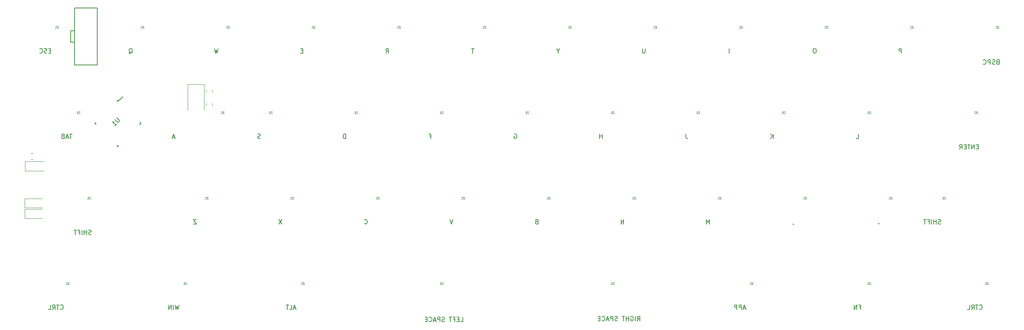
<source format=gbr>
G04 #@! TF.GenerationSoftware,KiCad,Pcbnew,(5.0.2)-1*
G04 #@! TF.CreationDate,2019-05-27T18:19:21+07:00*
G04 #@! TF.ProjectId,PCB,5043422e-6b69-4636-9164-5f7063625858,a*
G04 #@! TF.SameCoordinates,Original*
G04 #@! TF.FileFunction,Legend,Bot*
G04 #@! TF.FilePolarity,Positive*
%FSLAX46Y46*%
G04 Gerber Fmt 4.6, Leading zero omitted, Abs format (unit mm)*
G04 Created by KiCad (PCBNEW (5.0.2)-1) date 5/27/2019 6:19:21 PM*
%MOMM*%
%LPD*%
G01*
G04 APERTURE LIST*
%ADD10C,0.120000*%
%ADD11C,0.050000*%
%ADD12C,0.203200*%
%ADD13C,0.200000*%
%ADD14C,0.150000*%
G04 APERTURE END LIST*
D10*
G04 #@! TO.C,C1*
X36290025Y-14741472D02*
X36290025Y-15258628D01*
X37710025Y-14741472D02*
X37710025Y-15258628D01*
G04 #@! TO.C,C2*
X36290025Y-12258628D02*
X36290025Y-11741472D01*
X37710025Y-12258628D02*
X37710025Y-11741472D01*
G04 #@! TO.C,D1*
X-4092450Y-40373725D02*
X-4092450Y-38373725D01*
X-4092450Y-38373725D02*
X-192450Y-38373725D01*
X-4092450Y-40373725D02*
X-192450Y-40373725D01*
G04 #@! TO.C,D2*
X-4092450Y-37992475D02*
X-192450Y-37992475D01*
X-4092450Y-35992475D02*
X-192450Y-35992475D01*
X-4092450Y-37992475D02*
X-4092450Y-35992475D01*
D11*
G04 #@! TO.C,D3*
X3481000Y2454000D02*
X2719000Y2454000D01*
X3481000Y2009500D02*
X2719000Y2009500D01*
X2719000Y2009500D02*
X3100000Y2454000D01*
X3100000Y2454000D02*
X3481000Y2009500D01*
G04 #@! TO.C,D4*
X7862500Y-16596000D02*
X8243500Y-17040500D01*
X7481500Y-17040500D02*
X7862500Y-16596000D01*
X8243500Y-17040500D02*
X7481500Y-17040500D01*
X8243500Y-16596000D02*
X7481500Y-16596000D01*
G04 #@! TO.C,D5*
X10243750Y-35646000D02*
X10624750Y-36090500D01*
X9862750Y-36090500D02*
X10243750Y-35646000D01*
X10624750Y-36090500D02*
X9862750Y-36090500D01*
X10624750Y-35646000D02*
X9862750Y-35646000D01*
G04 #@! TO.C,D6*
X5862250Y-54696000D02*
X5100250Y-54696000D01*
X5862250Y-55140500D02*
X5100250Y-55140500D01*
X5100250Y-55140500D02*
X5481250Y-54696000D01*
X5481250Y-54696000D02*
X5862250Y-55140500D01*
G04 #@! TO.C,D7*
X22531000Y2454000D02*
X21769000Y2454000D01*
X22531000Y2009500D02*
X21769000Y2009500D01*
X21769000Y2009500D02*
X22150000Y2454000D01*
X22150000Y2454000D02*
X22531000Y2009500D01*
G04 #@! TO.C,D8*
X40000000Y-16596000D02*
X40381000Y-17040500D01*
X39619000Y-17040500D02*
X40000000Y-16596000D01*
X40381000Y-17040500D02*
X39619000Y-17040500D01*
X40381000Y-16596000D02*
X39619000Y-16596000D01*
G04 #@! TO.C,D9*
X36818500Y-35646000D02*
X36056500Y-35646000D01*
X36818500Y-36090500D02*
X36056500Y-36090500D01*
X36056500Y-36090500D02*
X36437500Y-35646000D01*
X36437500Y-35646000D02*
X36818500Y-36090500D01*
G04 #@! TO.C,D10*
X31675000Y-54696000D02*
X32056000Y-55140500D01*
X31294000Y-55140500D02*
X31675000Y-54696000D01*
X32056000Y-55140500D02*
X31294000Y-55140500D01*
X32056000Y-54696000D02*
X31294000Y-54696000D01*
G04 #@! TO.C,D11*
X41581000Y2454000D02*
X40819000Y2454000D01*
X41581000Y2009500D02*
X40819000Y2009500D01*
X40819000Y2009500D02*
X41200000Y2454000D01*
X41200000Y2454000D02*
X41581000Y2009500D01*
G04 #@! TO.C,D12*
X50725000Y-16596000D02*
X51106000Y-17040500D01*
X50344000Y-17040500D02*
X50725000Y-16596000D01*
X51106000Y-17040500D02*
X50344000Y-17040500D01*
X51106000Y-16596000D02*
X50344000Y-16596000D01*
G04 #@! TO.C,D13*
X55487500Y-35646000D02*
X55868500Y-36090500D01*
X55106500Y-36090500D02*
X55487500Y-35646000D01*
X55868500Y-36090500D02*
X55106500Y-36090500D01*
X55868500Y-35646000D02*
X55106500Y-35646000D01*
G04 #@! TO.C,D14*
X58249750Y-54696000D02*
X57487750Y-54696000D01*
X58249750Y-55140500D02*
X57487750Y-55140500D01*
X57487750Y-55140500D02*
X57868750Y-54696000D01*
X57868750Y-54696000D02*
X58249750Y-55140500D01*
G04 #@! TO.C,D17*
X60631000Y2454000D02*
X59869000Y2454000D01*
X60631000Y2009500D02*
X59869000Y2009500D01*
X59869000Y2009500D02*
X60250000Y2454000D01*
X60250000Y2454000D02*
X60631000Y2009500D01*
G04 #@! TO.C,D18*
X69775000Y-16596000D02*
X70156000Y-17040500D01*
X69394000Y-17040500D02*
X69775000Y-16596000D01*
X70156000Y-17040500D02*
X69394000Y-17040500D01*
X70156000Y-16596000D02*
X69394000Y-16596000D01*
G04 #@! TO.C,D19*
X74918500Y-35646000D02*
X74156500Y-35646000D01*
X74918500Y-36090500D02*
X74156500Y-36090500D01*
X74156500Y-36090500D02*
X74537500Y-35646000D01*
X74537500Y-35646000D02*
X74918500Y-36090500D01*
G04 #@! TO.C,D20*
X88825000Y-54696000D02*
X89206000Y-55140500D01*
X88444000Y-55140500D02*
X88825000Y-54696000D01*
X89206000Y-55140500D02*
X88444000Y-55140500D01*
X89206000Y-54696000D02*
X88444000Y-54696000D01*
G04 #@! TO.C,D21*
X79681000Y2454000D02*
X78919000Y2454000D01*
X79681000Y2009500D02*
X78919000Y2009500D01*
X78919000Y2009500D02*
X79300000Y2454000D01*
X79300000Y2454000D02*
X79681000Y2009500D01*
G04 #@! TO.C,D22*
X89206000Y-16596000D02*
X88444000Y-16596000D01*
X89206000Y-17040500D02*
X88444000Y-17040500D01*
X88444000Y-17040500D02*
X88825000Y-16596000D01*
X88825000Y-16596000D02*
X89206000Y-17040500D01*
G04 #@! TO.C,D23*
X93587500Y-35646000D02*
X93968500Y-36090500D01*
X93206500Y-36090500D02*
X93587500Y-35646000D01*
X93968500Y-36090500D02*
X93206500Y-36090500D01*
X93968500Y-35646000D02*
X93206500Y-35646000D01*
G04 #@! TO.C,D24*
X98350000Y2454000D02*
X98731000Y2009500D01*
X97969000Y2009500D02*
X98350000Y2454000D01*
X98731000Y2009500D02*
X97969000Y2009500D01*
X98731000Y2454000D02*
X97969000Y2454000D01*
G04 #@! TO.C,D25*
X107875000Y-16596000D02*
X108256000Y-17040500D01*
X107494000Y-17040500D02*
X107875000Y-16596000D01*
X108256000Y-17040500D02*
X107494000Y-17040500D01*
X108256000Y-16596000D02*
X107494000Y-16596000D01*
G04 #@! TO.C,D26*
X112637500Y-35646000D02*
X113018500Y-36090500D01*
X112256500Y-36090500D02*
X112637500Y-35646000D01*
X113018500Y-36090500D02*
X112256500Y-36090500D01*
X113018500Y-35646000D02*
X112256500Y-35646000D01*
G04 #@! TO.C,D27*
X127306000Y-54696000D02*
X126544000Y-54696000D01*
X127306000Y-55140500D02*
X126544000Y-55140500D01*
X126544000Y-55140500D02*
X126925000Y-54696000D01*
X126925000Y-54696000D02*
X127306000Y-55140500D01*
G04 #@! TO.C,D28*
X117400000Y2454000D02*
X117781000Y2009500D01*
X117019000Y2009500D02*
X117400000Y2454000D01*
X117781000Y2009500D02*
X117019000Y2009500D01*
X117781000Y2454000D02*
X117019000Y2454000D01*
G04 #@! TO.C,D29*
X127306000Y-16596000D02*
X126544000Y-16596000D01*
X127306000Y-17040500D02*
X126544000Y-17040500D01*
X126544000Y-17040500D02*
X126925000Y-16596000D01*
X126925000Y-16596000D02*
X127306000Y-17040500D01*
G04 #@! TO.C,D30*
X132068500Y-35646000D02*
X131306500Y-35646000D01*
X132068500Y-36090500D02*
X131306500Y-36090500D01*
X131306500Y-36090500D02*
X131687500Y-35646000D01*
X131687500Y-35646000D02*
X132068500Y-36090500D01*
G04 #@! TO.C,D31*
X136450000Y2454000D02*
X136831000Y2009500D01*
X136069000Y2009500D02*
X136450000Y2454000D01*
X136831000Y2009500D02*
X136069000Y2009500D01*
X136831000Y2454000D02*
X136069000Y2454000D01*
G04 #@! TO.C,D32*
X145975000Y-16596000D02*
X146356000Y-17040500D01*
X145594000Y-17040500D02*
X145975000Y-16596000D01*
X146356000Y-17040500D02*
X145594000Y-17040500D01*
X146356000Y-16596000D02*
X145594000Y-16596000D01*
G04 #@! TO.C,D33*
X150737500Y-35646000D02*
X151118500Y-36090500D01*
X150356500Y-36090500D02*
X150737500Y-35646000D01*
X151118500Y-36090500D02*
X150356500Y-36090500D01*
X151118500Y-35646000D02*
X150356500Y-35646000D01*
G04 #@! TO.C,D34*
X157881250Y-54696000D02*
X158262250Y-55140500D01*
X157500250Y-55140500D02*
X157881250Y-54696000D01*
X158262250Y-55140500D02*
X157500250Y-55140500D01*
X158262250Y-54696000D02*
X157500250Y-54696000D01*
G04 #@! TO.C,D35*
X155500000Y2454000D02*
X155881000Y2009500D01*
X155119000Y2009500D02*
X155500000Y2454000D01*
X155881000Y2009500D02*
X155119000Y2009500D01*
X155881000Y2454000D02*
X155119000Y2454000D01*
G04 #@! TO.C,D36*
X165406000Y-16596000D02*
X164644000Y-16596000D01*
X165406000Y-17040500D02*
X164644000Y-17040500D01*
X164644000Y-17040500D02*
X165025000Y-16596000D01*
X165025000Y-16596000D02*
X165406000Y-17040500D01*
G04 #@! TO.C,D37*
X170168500Y-35646000D02*
X169406500Y-35646000D01*
X170168500Y-36090500D02*
X169406500Y-36090500D01*
X169406500Y-36090500D02*
X169787500Y-35646000D01*
X169787500Y-35646000D02*
X170168500Y-36090500D01*
G04 #@! TO.C,D38*
X184456000Y-54696000D02*
X183694000Y-54696000D01*
X184456000Y-55140500D02*
X183694000Y-55140500D01*
X183694000Y-55140500D02*
X184075000Y-54696000D01*
X184075000Y-54696000D02*
X184456000Y-55140500D01*
G04 #@! TO.C,D39*
X174550000Y2454000D02*
X174931000Y2009500D01*
X174169000Y2009500D02*
X174550000Y2454000D01*
X174931000Y2009500D02*
X174169000Y2009500D01*
X174931000Y2454000D02*
X174169000Y2454000D01*
G04 #@! TO.C,D40*
X184456000Y-16596000D02*
X183694000Y-16596000D01*
X184456000Y-17040500D02*
X183694000Y-17040500D01*
X183694000Y-17040500D02*
X184075000Y-16596000D01*
X184075000Y-16596000D02*
X184456000Y-17040500D01*
G04 #@! TO.C,D41*
X213031000Y2454000D02*
X212269000Y2454000D01*
X213031000Y2009500D02*
X212269000Y2009500D01*
X212269000Y2009500D02*
X212650000Y2454000D01*
X212650000Y2454000D02*
X213031000Y2009500D01*
G04 #@! TO.C,D42*
X193981000Y2454000D02*
X193219000Y2454000D01*
X193981000Y2009500D02*
X193219000Y2009500D01*
X193219000Y2009500D02*
X193600000Y2454000D01*
X193600000Y2454000D02*
X193981000Y2009500D01*
G04 #@! TO.C,D43*
X208268500Y-16596000D02*
X207506500Y-16596000D01*
X208268500Y-17040500D02*
X207506500Y-17040500D01*
X207506500Y-17040500D02*
X207887500Y-16596000D01*
X207887500Y-16596000D02*
X208268500Y-17040500D01*
G04 #@! TO.C,D44*
X200743750Y-35646000D02*
X201124750Y-36090500D01*
X200362750Y-36090500D02*
X200743750Y-35646000D01*
X201124750Y-36090500D02*
X200362750Y-36090500D01*
X201124750Y-35646000D02*
X200362750Y-35646000D01*
G04 #@! TO.C,D45*
X210268750Y-54696000D02*
X210649750Y-55140500D01*
X209887750Y-55140500D02*
X210268750Y-54696000D01*
X210649750Y-55140500D02*
X209887750Y-55140500D01*
X210649750Y-54696000D02*
X209887750Y-54696000D01*
G04 #@! TO.C,D46*
X189218500Y-35646000D02*
X188456500Y-35646000D01*
X189218500Y-36090500D02*
X188456500Y-36090500D01*
X188456500Y-36090500D02*
X188837500Y-35646000D01*
X188837500Y-35646000D02*
X189218500Y-36090500D01*
D12*
G04 #@! TO.C,J1*
X6985025Y-6191300D02*
X12065025Y-6191300D01*
X12065025Y-6191300D02*
X12065025Y6508700D01*
X6985025Y6508700D02*
X6985025Y-6191300D01*
D13*
X6175025Y1458700D02*
X6975025Y1458700D01*
X6175025Y-1091300D02*
X6175025Y1458700D01*
X6975025Y-1091300D02*
X6175025Y-1091300D01*
D12*
X12065025Y6508700D02*
X6985025Y6508700D01*
D14*
G04 #@! TO.C,U1*
X16700000Y-14073526D02*
X16859099Y-14232625D01*
X11573476Y-19200050D02*
X11803286Y-19429860D01*
X16700000Y-24326574D02*
X16470190Y-24096764D01*
X21826524Y-19200050D02*
X21596714Y-18970240D01*
X16700000Y-14073526D02*
X16470190Y-14303336D01*
X21826524Y-19200050D02*
X21596714Y-19429860D01*
X16700000Y-24326574D02*
X16929810Y-24096764D01*
X11573476Y-19200050D02*
X11803286Y-18970240D01*
X16859099Y-14232625D02*
X17866726Y-13224998D01*
D10*
G04 #@! TO.C,Y1*
X32280025Y-16200050D02*
X32280025Y-10450050D01*
X32280025Y-10450050D02*
X35880025Y-10450050D01*
X35880025Y-10450050D02*
X35880025Y-16200050D01*
G04 #@! TO.C,C3*
X-4017714Y-29771649D02*
X232286Y-29771649D01*
X-4017714Y-27671649D02*
X232286Y-27671649D01*
X-4017714Y-29771649D02*
X-4017714Y-27671649D01*
G04 #@! TO.C,C4*
X-2696292Y-27231649D02*
X-2179136Y-27231649D01*
X-2696292Y-25811649D02*
X-2179136Y-25811649D01*
G04 #@! TO.C,SW2*
D12*
X1698501Y-2976621D02*
X1365167Y-2976621D01*
X1222310Y-3500430D02*
X1698501Y-3500430D01*
X1698501Y-2500430D01*
X1222310Y-2500430D01*
X841358Y-3452811D02*
X698501Y-3500430D01*
X460405Y-3500430D01*
X365167Y-3452811D01*
X317548Y-3405192D01*
X269929Y-3309954D01*
X269929Y-3214716D01*
X317548Y-3119478D01*
X365167Y-3071859D01*
X460405Y-3024240D01*
X650882Y-2976621D01*
X746120Y-2929002D01*
X793739Y-2881383D01*
X841358Y-2786145D01*
X841358Y-2690907D01*
X793739Y-2595669D01*
X746120Y-2548050D01*
X650882Y-2500430D01*
X412786Y-2500430D01*
X269929Y-2548050D01*
X-730070Y-3405192D02*
X-682451Y-3452811D01*
X-539594Y-3500430D01*
X-444355Y-3500430D01*
X-301498Y-3452811D01*
X-206260Y-3357573D01*
X-158641Y-3262335D01*
X-111022Y-3071859D01*
X-111022Y-2929002D01*
X-158641Y-2738526D01*
X-206260Y-2643288D01*
X-301498Y-2548050D01*
X-444355Y-2500430D01*
X-539594Y-2500430D01*
X-682451Y-2548050D01*
X-730070Y-2595669D01*
G04 #@! TO.C,SW3*
X6484810Y-21550430D02*
X5913382Y-21550430D01*
X6199096Y-22550430D02*
X6199096Y-21550430D01*
X5627667Y-22264716D02*
X5151477Y-22264716D01*
X5722905Y-22550430D02*
X5389572Y-21550430D01*
X5056239Y-22550430D01*
X4389572Y-22026621D02*
X4246715Y-22074240D01*
X4199096Y-22121859D01*
X4151477Y-22217097D01*
X4151477Y-22359954D01*
X4199096Y-22455192D01*
X4246715Y-22502811D01*
X4341953Y-22550430D01*
X4722905Y-22550430D01*
X4722905Y-21550430D01*
X4389572Y-21550430D01*
X4294334Y-21598050D01*
X4246715Y-21645669D01*
X4199096Y-21740907D01*
X4199096Y-21836145D01*
X4246715Y-21931383D01*
X4294334Y-21979002D01*
X4389572Y-22026621D01*
X4722905Y-22026621D01*
G04 #@! TO.C,SW4*
X10710797Y-43933811D02*
X10567940Y-43981430D01*
X10329845Y-43981430D01*
X10234607Y-43933811D01*
X10186988Y-43886192D01*
X10139369Y-43790954D01*
X10139369Y-43695716D01*
X10186988Y-43600478D01*
X10234607Y-43552859D01*
X10329845Y-43505240D01*
X10520321Y-43457621D01*
X10615559Y-43410002D01*
X10663178Y-43362383D01*
X10710797Y-43267145D01*
X10710797Y-43171907D01*
X10663178Y-43076669D01*
X10615559Y-43029050D01*
X10520321Y-42981430D01*
X10282226Y-42981430D01*
X10139369Y-43029050D01*
X9710797Y-43981430D02*
X9710797Y-42981430D01*
X9710797Y-43457621D02*
X9139369Y-43457621D01*
X9139369Y-43981430D02*
X9139369Y-42981430D01*
X8663178Y-43981430D02*
X8663178Y-42981430D01*
X7853655Y-43457621D02*
X8186988Y-43457621D01*
X8186988Y-43981430D02*
X8186988Y-42981430D01*
X7710797Y-42981430D01*
X7472702Y-42981430D02*
X6901274Y-42981430D01*
X7186988Y-43981430D02*
X7186988Y-42981430D01*
G04 #@! TO.C,SW5*
X3865465Y-60555192D02*
X3913084Y-60602811D01*
X4055941Y-60650430D01*
X4151179Y-60650430D01*
X4294036Y-60602811D01*
X4389275Y-60507573D01*
X4436894Y-60412335D01*
X4484513Y-60221859D01*
X4484513Y-60079002D01*
X4436894Y-59888526D01*
X4389275Y-59793288D01*
X4294036Y-59698050D01*
X4151179Y-59650430D01*
X4055941Y-59650430D01*
X3913084Y-59698050D01*
X3865465Y-59745669D01*
X3579751Y-59650430D02*
X3008322Y-59650430D01*
X3294036Y-60650430D02*
X3294036Y-59650430D01*
X2103560Y-60650430D02*
X2436894Y-60174240D01*
X2674989Y-60650430D02*
X2674989Y-59650430D01*
X2294036Y-59650430D01*
X2198798Y-59698050D01*
X2151179Y-59745669D01*
X2103560Y-59840907D01*
X2103560Y-59983764D01*
X2151179Y-60079002D01*
X2198798Y-60126621D01*
X2294036Y-60174240D01*
X2674989Y-60174240D01*
X1198798Y-60650430D02*
X1674989Y-60650430D01*
X1674989Y-59650430D01*
G04 #@! TO.C,SW6*
X19177072Y-3595669D02*
X19272310Y-3548050D01*
X19367548Y-3452811D01*
X19510405Y-3309954D01*
X19605644Y-3262335D01*
X19700882Y-3262335D01*
X19653263Y-3500430D02*
X19748501Y-3452811D01*
X19843739Y-3357573D01*
X19891358Y-3167097D01*
X19891358Y-2833764D01*
X19843739Y-2643288D01*
X19748501Y-2548050D01*
X19653263Y-2500430D01*
X19462786Y-2500430D01*
X19367548Y-2548050D01*
X19272310Y-2643288D01*
X19224691Y-2833764D01*
X19224691Y-3167097D01*
X19272310Y-3357573D01*
X19367548Y-3452811D01*
X19462786Y-3500430D01*
X19653263Y-3500430D01*
G04 #@! TO.C,SW7*
X29321120Y-22264716D02*
X28844929Y-22264716D01*
X29416358Y-22550430D02*
X29083025Y-21550430D01*
X28749691Y-22550430D01*
G04 #@! TO.C,SW8*
X34178858Y-40600430D02*
X33512191Y-40600430D01*
X34178858Y-41600430D01*
X33512191Y-41600430D01*
G04 #@! TO.C,SW9*
X30273501Y-59650430D02*
X30035405Y-60650430D01*
X29844929Y-59936145D01*
X29654453Y-60650430D01*
X29416358Y-59650430D01*
X29035405Y-60650430D02*
X29035405Y-59650430D01*
X28559215Y-60650430D02*
X28559215Y-59650430D01*
X27987786Y-60650430D01*
X27987786Y-59650430D01*
G04 #@! TO.C,SW10*
X39036596Y-2500430D02*
X38798501Y-3500430D01*
X38608025Y-2786145D01*
X38417548Y-3500430D01*
X38179453Y-2500430D01*
G04 #@! TO.C,SW11*
X48418739Y-22502811D02*
X48275882Y-22550430D01*
X48037786Y-22550430D01*
X47942548Y-22502811D01*
X47894929Y-22455192D01*
X47847310Y-22359954D01*
X47847310Y-22264716D01*
X47894929Y-22169478D01*
X47942548Y-22121859D01*
X48037786Y-22074240D01*
X48228263Y-22026621D01*
X48323501Y-21979002D01*
X48371120Y-21931383D01*
X48418739Y-21836145D01*
X48418739Y-21740907D01*
X48371120Y-21645669D01*
X48323501Y-21598050D01*
X48228263Y-21550430D01*
X47990167Y-21550430D01*
X47847310Y-21598050D01*
G04 #@! TO.C,SW12*
X53228858Y-40600430D02*
X52562191Y-41600430D01*
X52562191Y-40600430D02*
X53228858Y-41600430D01*
G04 #@! TO.C,SW13*
X56300584Y-60364716D02*
X55824394Y-60364716D01*
X56395822Y-60650430D02*
X56062489Y-59650430D01*
X55729155Y-60650430D01*
X54919632Y-60650430D02*
X55395822Y-60650430D01*
X55395822Y-59650430D01*
X54729155Y-59650430D02*
X54157727Y-59650430D01*
X54443441Y-60650430D02*
X54443441Y-59650430D01*
G04 #@! TO.C,SW14*
X57872310Y-2976621D02*
X57538977Y-2976621D01*
X57396120Y-3500430D02*
X57872310Y-3500430D01*
X57872310Y-2500430D01*
X57396120Y-2500430D01*
G04 #@! TO.C,SW15*
X67444929Y-22550430D02*
X67444929Y-21550430D01*
X67206834Y-21550430D01*
X67063977Y-21598050D01*
X66968739Y-21693288D01*
X66921120Y-21788526D01*
X66873501Y-21979002D01*
X66873501Y-22121859D01*
X66921120Y-22312335D01*
X66968739Y-22407573D01*
X67063977Y-22502811D01*
X67206834Y-22550430D01*
X67444929Y-22550430D01*
G04 #@! TO.C,SW16*
X71636001Y-41505192D02*
X71683620Y-41552811D01*
X71826477Y-41600430D01*
X71921715Y-41600430D01*
X72064572Y-41552811D01*
X72159810Y-41457573D01*
X72207429Y-41362335D01*
X72255048Y-41171859D01*
X72255048Y-41029002D01*
X72207429Y-40838526D01*
X72159810Y-40743288D01*
X72064572Y-40648050D01*
X71921715Y-40600430D01*
X71826477Y-40600430D01*
X71683620Y-40648050D01*
X71636001Y-40695669D01*
G04 #@! TO.C,SW17*
X93024031Y-63404810D02*
X93500221Y-63404810D01*
X93500221Y-62404810D01*
X92690697Y-62881001D02*
X92357364Y-62881001D01*
X92214507Y-63404810D02*
X92690697Y-63404810D01*
X92690697Y-62404810D01*
X92214507Y-62404810D01*
X91452602Y-62881001D02*
X91785935Y-62881001D01*
X91785935Y-63404810D02*
X91785935Y-62404810D01*
X91309745Y-62404810D01*
X91071650Y-62404810D02*
X90500221Y-62404810D01*
X90785935Y-63404810D02*
X90785935Y-62404810D01*
X89452602Y-63357191D02*
X89309745Y-63404810D01*
X89071650Y-63404810D01*
X88976412Y-63357191D01*
X88928793Y-63309572D01*
X88881174Y-63214334D01*
X88881174Y-63119096D01*
X88928793Y-63023858D01*
X88976412Y-62976239D01*
X89071650Y-62928620D01*
X89262126Y-62881001D01*
X89357364Y-62833382D01*
X89404983Y-62785763D01*
X89452602Y-62690525D01*
X89452602Y-62595287D01*
X89404983Y-62500049D01*
X89357364Y-62452430D01*
X89262126Y-62404810D01*
X89024031Y-62404810D01*
X88881174Y-62452430D01*
X88452602Y-63404810D02*
X88452602Y-62404810D01*
X88071650Y-62404810D01*
X87976412Y-62452430D01*
X87928793Y-62500049D01*
X87881174Y-62595287D01*
X87881174Y-62738144D01*
X87928793Y-62833382D01*
X87976412Y-62881001D01*
X88071650Y-62928620D01*
X88452602Y-62928620D01*
X87500221Y-63119096D02*
X87024031Y-63119096D01*
X87595459Y-63404810D02*
X87262126Y-62404810D01*
X86928793Y-63404810D01*
X86024031Y-63309572D02*
X86071650Y-63357191D01*
X86214507Y-63404810D01*
X86309745Y-63404810D01*
X86452602Y-63357191D01*
X86547840Y-63261953D01*
X86595459Y-63166715D01*
X86643078Y-62976239D01*
X86643078Y-62833382D01*
X86595459Y-62642906D01*
X86547840Y-62547668D01*
X86452602Y-62452430D01*
X86309745Y-62404810D01*
X86214507Y-62404810D01*
X86071650Y-62452430D01*
X86024031Y-62500049D01*
X85595459Y-62881001D02*
X85262126Y-62881001D01*
X85119269Y-63404810D02*
X85595459Y-63404810D01*
X85595459Y-62404810D01*
X85119269Y-62404810D01*
G04 #@! TO.C,SW18*
X76398501Y-3500430D02*
X76731834Y-3024240D01*
X76969929Y-3500430D02*
X76969929Y-2500430D01*
X76588977Y-2500430D01*
X76493739Y-2548050D01*
X76446120Y-2595669D01*
X76398501Y-2690907D01*
X76398501Y-2833764D01*
X76446120Y-2929002D01*
X76493739Y-2976621D01*
X76588977Y-3024240D01*
X76969929Y-3024240D01*
G04 #@! TO.C,SW19*
X86090167Y-22026621D02*
X86423501Y-22026621D01*
X86423501Y-22550430D02*
X86423501Y-21550430D01*
X85947310Y-21550430D01*
G04 #@! TO.C,SW20*
X91328858Y-40600430D02*
X90995525Y-41600430D01*
X90662191Y-40600430D01*
G04 #@! TO.C,SW21*
X96043739Y-2500430D02*
X95472310Y-2500430D01*
X95758025Y-3500430D02*
X95758025Y-2500430D01*
G04 #@! TO.C,SW22*
X105021120Y-21598050D02*
X105116358Y-21550430D01*
X105259215Y-21550430D01*
X105402072Y-21598050D01*
X105497310Y-21693288D01*
X105544929Y-21788526D01*
X105592548Y-21979002D01*
X105592548Y-22121859D01*
X105544929Y-22312335D01*
X105497310Y-22407573D01*
X105402072Y-22502811D01*
X105259215Y-22550430D01*
X105163977Y-22550430D01*
X105021120Y-22502811D01*
X104973501Y-22455192D01*
X104973501Y-22121859D01*
X105163977Y-22121859D01*
G04 #@! TO.C,SW23*
X109974096Y-41076621D02*
X109831239Y-41124240D01*
X109783620Y-41171859D01*
X109736001Y-41267097D01*
X109736001Y-41409954D01*
X109783620Y-41505192D01*
X109831239Y-41552811D01*
X109926477Y-41600430D01*
X110307429Y-41600430D01*
X110307429Y-40600430D01*
X109974096Y-40600430D01*
X109878858Y-40648050D01*
X109831239Y-40695669D01*
X109783620Y-40790907D01*
X109783620Y-40886145D01*
X109831239Y-40981383D01*
X109878858Y-41029002D01*
X109974096Y-41076621D01*
X110307429Y-41076621D01*
G04 #@! TO.C,SW24*
X132406683Y-63206690D02*
X132740016Y-62730500D01*
X132978112Y-63206690D02*
X132978112Y-62206690D01*
X132597159Y-62206690D01*
X132501921Y-62254310D01*
X132454302Y-62301929D01*
X132406683Y-62397167D01*
X132406683Y-62540024D01*
X132454302Y-62635262D01*
X132501921Y-62682881D01*
X132597159Y-62730500D01*
X132978112Y-62730500D01*
X131978112Y-63206690D02*
X131978112Y-62206690D01*
X130978112Y-62254310D02*
X131073350Y-62206690D01*
X131216207Y-62206690D01*
X131359064Y-62254310D01*
X131454302Y-62349548D01*
X131501921Y-62444786D01*
X131549540Y-62635262D01*
X131549540Y-62778119D01*
X131501921Y-62968595D01*
X131454302Y-63063833D01*
X131359064Y-63159071D01*
X131216207Y-63206690D01*
X131120969Y-63206690D01*
X130978112Y-63159071D01*
X130930493Y-63111452D01*
X130930493Y-62778119D01*
X131120969Y-62778119D01*
X130501921Y-63206690D02*
X130501921Y-62206690D01*
X130501921Y-62682881D02*
X129930493Y-62682881D01*
X129930493Y-63206690D02*
X129930493Y-62206690D01*
X129597159Y-62206690D02*
X129025731Y-62206690D01*
X129311445Y-63206690D02*
X129311445Y-62206690D01*
X127978112Y-63159071D02*
X127835255Y-63206690D01*
X127597159Y-63206690D01*
X127501921Y-63159071D01*
X127454302Y-63111452D01*
X127406683Y-63016214D01*
X127406683Y-62920976D01*
X127454302Y-62825738D01*
X127501921Y-62778119D01*
X127597159Y-62730500D01*
X127787635Y-62682881D01*
X127882874Y-62635262D01*
X127930493Y-62587643D01*
X127978112Y-62492405D01*
X127978112Y-62397167D01*
X127930493Y-62301929D01*
X127882874Y-62254310D01*
X127787635Y-62206690D01*
X127549540Y-62206690D01*
X127406683Y-62254310D01*
X126978112Y-63206690D02*
X126978112Y-62206690D01*
X126597159Y-62206690D01*
X126501921Y-62254310D01*
X126454302Y-62301929D01*
X126406683Y-62397167D01*
X126406683Y-62540024D01*
X126454302Y-62635262D01*
X126501921Y-62682881D01*
X126597159Y-62730500D01*
X126978112Y-62730500D01*
X126025731Y-62920976D02*
X125549540Y-62920976D01*
X126120969Y-63206690D02*
X125787635Y-62206690D01*
X125454302Y-63206690D01*
X124549540Y-63111452D02*
X124597159Y-63159071D01*
X124740016Y-63206690D01*
X124835255Y-63206690D01*
X124978112Y-63159071D01*
X125073350Y-63063833D01*
X125120969Y-62968595D01*
X125168588Y-62778119D01*
X125168588Y-62635262D01*
X125120969Y-62444786D01*
X125073350Y-62349548D01*
X124978112Y-62254310D01*
X124835255Y-62206690D01*
X124740016Y-62206690D01*
X124597159Y-62254310D01*
X124549540Y-62301929D01*
X124120969Y-62682881D02*
X123787635Y-62682881D01*
X123644778Y-63206690D02*
X124120969Y-63206690D01*
X124120969Y-62206690D01*
X123644778Y-62206690D01*
G04 #@! TO.C,SW25*
X114808025Y-3024240D02*
X114808025Y-3500430D01*
X115141358Y-2500430D02*
X114808025Y-3024240D01*
X114474691Y-2500430D01*
G04 #@! TO.C,SW26*
X124618739Y-22550430D02*
X124618739Y-21550430D01*
X124618739Y-22026621D02*
X124047310Y-22026621D01*
X124047310Y-22550430D02*
X124047310Y-21550430D01*
G04 #@! TO.C,SW27*
X129381239Y-41600430D02*
X129381239Y-40600430D01*
X128809810Y-41600430D01*
X128809810Y-40600430D01*
G04 #@! TO.C,SW28*
X134143739Y-2500430D02*
X134143739Y-3309954D01*
X134096120Y-3405192D01*
X134048501Y-3452811D01*
X133953263Y-3500430D01*
X133762786Y-3500430D01*
X133667548Y-3452811D01*
X133619929Y-3405192D01*
X133572310Y-3309954D01*
X133572310Y-2500430D01*
G04 #@! TO.C,SW29*
X143240167Y-21550430D02*
X143240167Y-22264716D01*
X143287786Y-22407573D01*
X143383025Y-22502811D01*
X143525882Y-22550430D01*
X143621120Y-22550430D01*
G04 #@! TO.C,SW30*
X148478858Y-41600430D02*
X148478858Y-40600430D01*
X148145525Y-41314716D01*
X147812191Y-40600430D01*
X147812191Y-41600430D01*
G04 #@! TO.C,SW31*
X156527370Y-60364716D02*
X156051179Y-60364716D01*
X156622608Y-60650430D02*
X156289275Y-59650430D01*
X155955941Y-60650430D01*
X155622608Y-60650430D02*
X155622608Y-59650430D01*
X155241655Y-59650430D01*
X155146417Y-59698050D01*
X155098798Y-59745669D01*
X155051179Y-59840907D01*
X155051179Y-59983764D01*
X155098798Y-60079002D01*
X155146417Y-60126621D01*
X155241655Y-60174240D01*
X155622608Y-60174240D01*
X154622608Y-60650430D02*
X154622608Y-59650430D01*
X154241655Y-59650430D01*
X154146417Y-59698050D01*
X154098798Y-59745669D01*
X154051179Y-59840907D01*
X154051179Y-59983764D01*
X154098798Y-60079002D01*
X154146417Y-60126621D01*
X154241655Y-60174240D01*
X154622608Y-60174240D01*
G04 #@! TO.C,SW32*
X152908025Y-3500430D02*
X152908025Y-2500430D01*
G04 #@! TO.C,SW33*
X162694929Y-22550430D02*
X162694929Y-21550430D01*
X162123501Y-22550430D02*
X162552072Y-21979002D01*
X162123501Y-21550430D02*
X162694929Y-22121859D01*
G04 #@! TO.C,SW34*
X167147905Y-41552811D02*
X167147905Y-41600430D01*
X167195525Y-41695669D01*
X167243144Y-41743288D01*
G04 #@! TO.C,SW35*
X181863977Y-60126621D02*
X182197310Y-60126621D01*
X182197310Y-60650430D02*
X182197310Y-59650430D01*
X181721120Y-59650430D01*
X181340167Y-60650430D02*
X181340167Y-59650430D01*
X180768739Y-60650430D01*
X180768739Y-59650430D01*
G04 #@! TO.C,SW36*
X172053263Y-2500430D02*
X171862786Y-2500430D01*
X171767548Y-2548050D01*
X171672310Y-2643288D01*
X171624691Y-2833764D01*
X171624691Y-3167097D01*
X171672310Y-3357573D01*
X171767548Y-3452811D01*
X171862786Y-3500430D01*
X172053263Y-3500430D01*
X172148501Y-3452811D01*
X172243739Y-3357573D01*
X172291358Y-3167097D01*
X172291358Y-2833764D01*
X172243739Y-2643288D01*
X172148501Y-2548050D01*
X172053263Y-2500430D01*
G04 #@! TO.C,SW37*
X181173501Y-22550430D02*
X181649691Y-22550430D01*
X181649691Y-21550430D01*
G04 #@! TO.C,SW38*
X212714196Y-5487161D02*
X212571339Y-5534780D01*
X212523720Y-5582399D01*
X212476101Y-5677637D01*
X212476101Y-5820494D01*
X212523720Y-5915732D01*
X212571339Y-5963351D01*
X212666577Y-6010970D01*
X213047530Y-6010970D01*
X213047530Y-5010970D01*
X212714196Y-5010970D01*
X212618958Y-5058590D01*
X212571339Y-5106209D01*
X212523720Y-5201447D01*
X212523720Y-5296685D01*
X212571339Y-5391923D01*
X212618958Y-5439542D01*
X212714196Y-5487161D01*
X213047530Y-5487161D01*
X212095149Y-5963351D02*
X211952292Y-6010970D01*
X211714196Y-6010970D01*
X211618958Y-5963351D01*
X211571339Y-5915732D01*
X211523720Y-5820494D01*
X211523720Y-5725256D01*
X211571339Y-5630018D01*
X211618958Y-5582399D01*
X211714196Y-5534780D01*
X211904673Y-5487161D01*
X211999911Y-5439542D01*
X212047530Y-5391923D01*
X212095149Y-5296685D01*
X212095149Y-5201447D01*
X212047530Y-5106209D01*
X211999911Y-5058590D01*
X211904673Y-5010970D01*
X211666577Y-5010970D01*
X211523720Y-5058590D01*
X211095149Y-6010970D02*
X211095149Y-5010970D01*
X210714196Y-5010970D01*
X210618958Y-5058590D01*
X210571339Y-5106209D01*
X210523720Y-5201447D01*
X210523720Y-5344304D01*
X210571339Y-5439542D01*
X210618958Y-5487161D01*
X210714196Y-5534780D01*
X211095149Y-5534780D01*
X209523720Y-5915732D02*
X209571339Y-5963351D01*
X209714196Y-6010970D01*
X209809435Y-6010970D01*
X209952292Y-5963351D01*
X210047530Y-5868113D01*
X210095149Y-5772875D01*
X210142768Y-5582399D01*
X210142768Y-5439542D01*
X210095149Y-5249066D01*
X210047530Y-5153828D01*
X209952292Y-5058590D01*
X209809435Y-5010970D01*
X209714196Y-5010970D01*
X209571339Y-5058590D01*
X209523720Y-5106209D01*
G04 #@! TO.C,SW39*
X191269929Y-3500430D02*
X191269929Y-2500430D01*
X190888977Y-2500430D01*
X190793739Y-2548050D01*
X190746120Y-2595669D01*
X190698501Y-2690907D01*
X190698501Y-2833764D01*
X190746120Y-2929002D01*
X190793739Y-2976621D01*
X190888977Y-3024240D01*
X191269929Y-3024240D01*
G04 #@! TO.C,SW40*
X208402463Y-24377141D02*
X208069130Y-24377141D01*
X207926273Y-24900950D02*
X208402463Y-24900950D01*
X208402463Y-23900950D01*
X207926273Y-23900950D01*
X207497701Y-24900950D02*
X207497701Y-23900950D01*
X206926273Y-24900950D01*
X206926273Y-23900950D01*
X206592939Y-23900950D02*
X206021511Y-23900950D01*
X206307225Y-24900950D02*
X206307225Y-23900950D01*
X205688177Y-24377141D02*
X205354844Y-24377141D01*
X205211987Y-24900950D02*
X205688177Y-24900950D01*
X205688177Y-23900950D01*
X205211987Y-23900950D01*
X204211987Y-24900950D02*
X204545320Y-24424760D01*
X204783415Y-24900950D02*
X204783415Y-23900950D01*
X204402463Y-23900950D01*
X204307225Y-23948570D01*
X204259606Y-23996189D01*
X204211987Y-24091427D01*
X204211987Y-24234284D01*
X204259606Y-24329522D01*
X204307225Y-24377141D01*
X204402463Y-24424760D01*
X204783415Y-24424760D01*
G04 #@! TO.C,SW42*
X208652965Y-60555192D02*
X208700584Y-60602811D01*
X208843441Y-60650430D01*
X208938679Y-60650430D01*
X209081536Y-60602811D01*
X209176775Y-60507573D01*
X209224394Y-60412335D01*
X209272013Y-60221859D01*
X209272013Y-60079002D01*
X209224394Y-59888526D01*
X209176775Y-59793288D01*
X209081536Y-59698050D01*
X208938679Y-59650430D01*
X208843441Y-59650430D01*
X208700584Y-59698050D01*
X208652965Y-59745669D01*
X208367251Y-59650430D02*
X207795822Y-59650430D01*
X208081536Y-60650430D02*
X208081536Y-59650430D01*
X206891060Y-60650430D02*
X207224394Y-60174240D01*
X207462489Y-60650430D02*
X207462489Y-59650430D01*
X207081536Y-59650430D01*
X206986298Y-59698050D01*
X206938679Y-59745669D01*
X206891060Y-59840907D01*
X206891060Y-59983764D01*
X206938679Y-60079002D01*
X206986298Y-60126621D01*
X207081536Y-60174240D01*
X207462489Y-60174240D01*
X205986298Y-60650430D02*
X206462489Y-60650430D01*
X206462489Y-59650430D01*
G04 #@! TO.C,SW43*
X186245525Y-41505192D02*
X186197905Y-41552811D01*
X186245525Y-41600430D01*
X186293144Y-41552811D01*
X186245525Y-41505192D01*
X186245525Y-41600430D01*
G04 #@! TO.C,U1*
D14*
X16399116Y-17914276D02*
X16971536Y-18486696D01*
X17005208Y-18587711D01*
X17005208Y-18655055D01*
X16971536Y-18756070D01*
X16836849Y-18890757D01*
X16735834Y-18924429D01*
X16668490Y-18924429D01*
X16567475Y-18890757D01*
X15995055Y-18318337D01*
X15995055Y-19732551D02*
X16399116Y-19328490D01*
X16197086Y-19530520D02*
X15489979Y-18823414D01*
X15658338Y-18857085D01*
X15793025Y-18857085D01*
X15894040Y-18823414D01*
G04 #@! TO.C,SW41*
D12*
X200008967Y-41552911D02*
X199866110Y-41600530D01*
X199628015Y-41600530D01*
X199532777Y-41552911D01*
X199485158Y-41505292D01*
X199437539Y-41410054D01*
X199437539Y-41314816D01*
X199485158Y-41219578D01*
X199532777Y-41171959D01*
X199628015Y-41124340D01*
X199818491Y-41076721D01*
X199913729Y-41029102D01*
X199961348Y-40981483D01*
X200008967Y-40886245D01*
X200008967Y-40791007D01*
X199961348Y-40695769D01*
X199913729Y-40648150D01*
X199818491Y-40600530D01*
X199580396Y-40600530D01*
X199437539Y-40648150D01*
X199008967Y-41600530D02*
X199008967Y-40600530D01*
X199008967Y-41076721D02*
X198437539Y-41076721D01*
X198437539Y-41600530D02*
X198437539Y-40600530D01*
X197961348Y-41600530D02*
X197961348Y-40600530D01*
X197151825Y-41076721D02*
X197485158Y-41076721D01*
X197485158Y-41600530D02*
X197485158Y-40600530D01*
X197008967Y-40600530D01*
X196770872Y-40600530D02*
X196199444Y-40600530D01*
X196485158Y-41600530D02*
X196485158Y-40600530D01*
G04 #@! TD*
M02*

</source>
